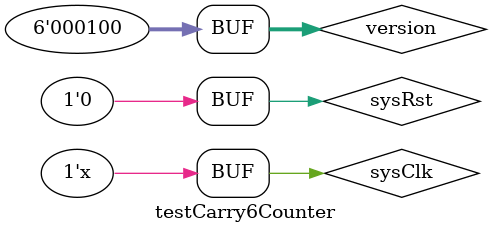
<source format=v>

`timescale 1us/1ps
module carry6Counter(
    input sysClk,
    input sysRst,
    output [2:0]counter
);
    wire resetSignal;
    wire carry6Out;
    DCounter #(3) U1 (
        .sysClk(sysClk),
        .rst(resetSignal),
        .counter(counter));
    and#(1)(carry6Out,counter[2],counter[1],~counter[0]);
    or(resetSignal,carry6Out,sysRst);

endmodule

module testCarry6Counter();
    reg sysClk;
    reg sysRst;
    reg [5:0]  version;
    wire [2:0] counter;
    carry6Counter U1(sysClk,sysRst,counter); 
    initial begin
        version=4;
        sysClk=0;
        sysRst=1;
        #15
        sysRst=0;
        #30 sysRst=1;
        #15 sysRst=0;
    end
    always begin
        #5
        sysClk= ~sysClk;
    end
endmodule



</source>
